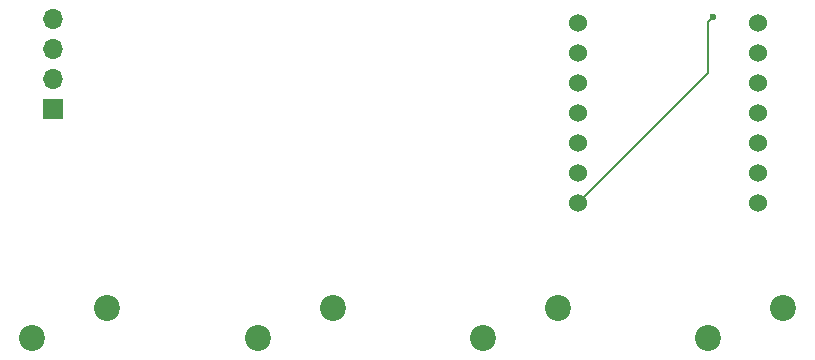
<source format=gbr>
%TF.GenerationSoftware,KiCad,Pcbnew,9.0.6*%
%TF.CreationDate,2025-12-02T23:32:36+00:00*%
%TF.ProjectId,MyPCB,4d795043-422e-46b6-9963-61645f706362,rev?*%
%TF.SameCoordinates,Original*%
%TF.FileFunction,Copper,L2,Bot*%
%TF.FilePolarity,Positive*%
%FSLAX46Y46*%
G04 Gerber Fmt 4.6, Leading zero omitted, Abs format (unit mm)*
G04 Created by KiCad (PCBNEW 9.0.6) date 2025-12-02 23:32:36*
%MOMM*%
%LPD*%
G01*
G04 APERTURE LIST*
%TA.AperFunction,ComponentPad*%
%ADD10O,1.700000X1.700000*%
%TD*%
%TA.AperFunction,ComponentPad*%
%ADD11R,1.700000X1.700000*%
%TD*%
%TA.AperFunction,ComponentPad*%
%ADD12C,2.200000*%
%TD*%
%TA.AperFunction,ComponentPad*%
%ADD13C,1.524000*%
%TD*%
%TA.AperFunction,ViaPad*%
%ADD14C,0.600000*%
%TD*%
%TA.AperFunction,Conductor*%
%ADD15C,0.200000*%
%TD*%
G04 APERTURE END LIST*
D10*
%TO.P,J1,4,Pin_4*%
%TO.N,SDA*%
X169800000Y-85950000D03*
%TO.P,J1,3,Pin_3*%
%TO.N,SCL*%
X169800000Y-88490000D03*
%TO.P,J1,2,Pin_2*%
%TO.N,3V3*%
X169800000Y-91030000D03*
D11*
%TO.P,J1,1,Pin_1*%
%TO.N,GND*%
X169800000Y-93570000D03*
%TD*%
D12*
%TO.P,SW2,1,1*%
%TO.N,GND*%
X193493333Y-110490000D03*
%TO.P,SW2,2,2*%
%TO.N,Net-(U1-GPIO28{slash}ADC2{slash}A2)*%
X187143333Y-113030000D03*
%TD*%
%TO.P,SW3,1,1*%
%TO.N,GND*%
X212530000Y-110490000D03*
%TO.P,SW3,2,2*%
%TO.N,Net-(U1-GPIO27{slash}ADC1{slash}A1)*%
X206180000Y-113030000D03*
%TD*%
%TO.P,SW4,1,1*%
%TO.N,GND*%
X231600000Y-110490000D03*
%TO.P,SW4,2,2*%
%TO.N,Net-(U1-GPIO26{slash}ADC0{slash}A0)*%
X225250000Y-113030000D03*
%TD*%
D13*
%TO.P,U1,1,GPIO26/ADC0/A0*%
%TO.N,Net-(U1-GPIO26{slash}ADC0{slash}A0)*%
X214257332Y-86330000D03*
%TO.P,U1,2,GPIO27/ADC1/A1*%
%TO.N,Net-(U1-GPIO27{slash}ADC1{slash}A1)*%
X214257332Y-88870000D03*
%TO.P,U1,3,GPIO28/ADC2/A2*%
%TO.N,Net-(U1-GPIO28{slash}ADC2{slash}A2)*%
X214257332Y-91410000D03*
%TO.P,U1,4,GPIO29/ADC3/A3*%
%TO.N,Net-(U1-GPIO29{slash}ADC3{slash}A3)*%
X214257332Y-93950000D03*
%TO.P,U1,5,GPIO6/SDA*%
%TO.N,SDA*%
X214257332Y-96490000D03*
%TO.P,U1,6,GPIO7/SCL*%
%TO.N,SCL*%
X214257332Y-99030000D03*
%TO.P,U1,7,GPIO0/TX*%
%TO.N,Net-(D1-DIN)*%
X214257332Y-101570000D03*
%TO.P,U1,8,GPIO1/RX*%
%TO.N,unconnected-(U1-GPIO1{slash}RX-Pad8)*%
X229497332Y-101570000D03*
%TO.P,U1,9,GPIO2/SCK*%
%TO.N,unconnected-(U1-GPIO2{slash}SCK-Pad9)*%
X229497332Y-99030000D03*
%TO.P,U1,10,GPIO4/MISO*%
%TO.N,unconnected-(U1-GPIO4{slash}MISO-Pad10)*%
X229497332Y-96490000D03*
%TO.P,U1,11,GPIO3/MOSI*%
%TO.N,unconnected-(U1-GPIO3{slash}MOSI-Pad11)*%
X229497332Y-93950000D03*
%TO.P,U1,12,3V3*%
%TO.N,3V3*%
X229497332Y-91410000D03*
%TO.P,U1,13,GND*%
%TO.N,GND*%
X229497332Y-88870000D03*
%TO.P,U1,14,VBUS*%
%TO.N,+5V*%
X229497332Y-86330000D03*
%TD*%
D12*
%TO.P,SW1,1,1*%
%TO.N,GND*%
X174420000Y-110490000D03*
%TO.P,SW1,2,2*%
%TO.N,Net-(U1-GPIO29{slash}ADC3{slash}A3)*%
X168070000Y-113030000D03*
%TD*%
D14*
%TO.N,Net-(D1-DIN)*%
X225730000Y-85780000D03*
%TD*%
D15*
%TO.N,Net-(D1-DIN)*%
X225249000Y-90578332D02*
X214257332Y-101570000D01*
X225249000Y-86261000D02*
X225249000Y-90578332D01*
X225730000Y-85780000D02*
X225249000Y-86261000D01*
%TD*%
M02*

</source>
